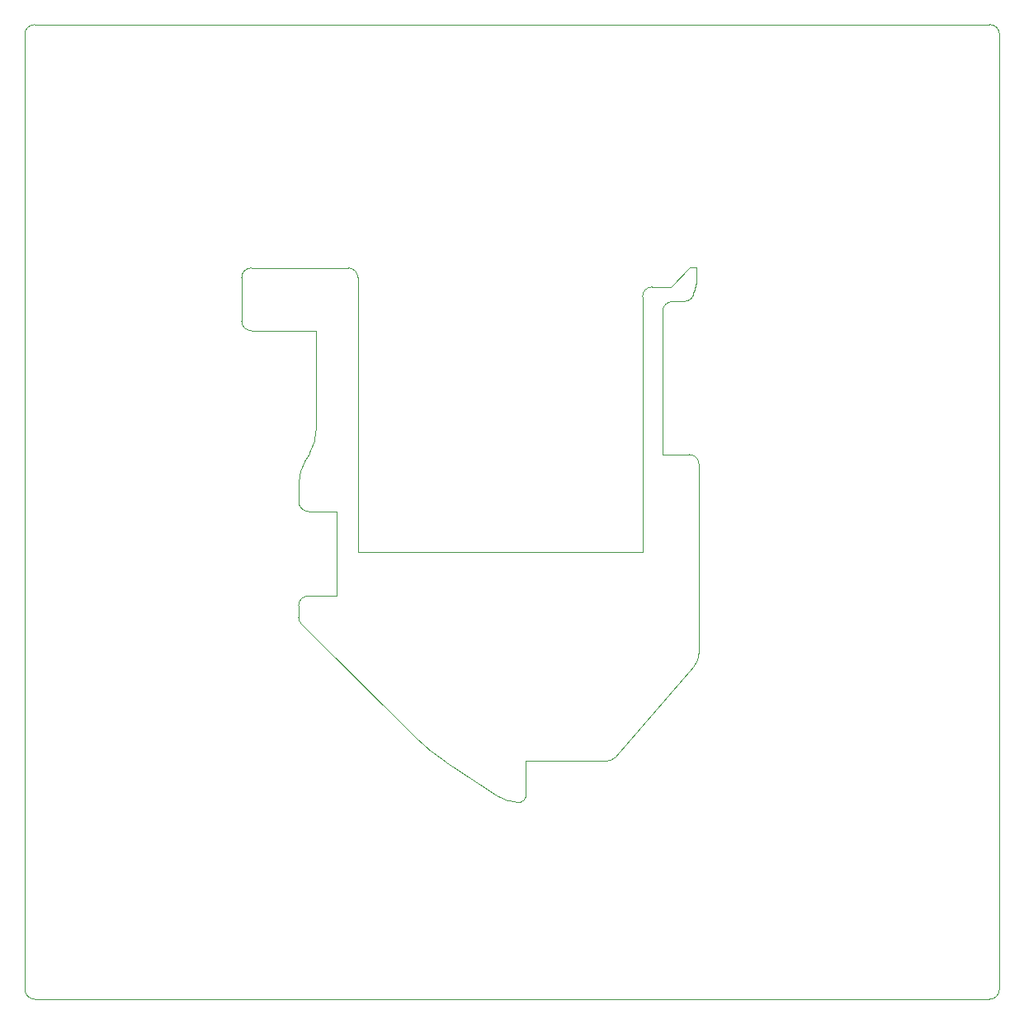
<source format=gbr>
%TF.GenerationSoftware,KiCad,Pcbnew,8.99.0-417-ga763d613e5*%
%TF.CreationDate,2024-05-15T16:43:23-04:00*%
%TF.ProjectId,jig,6a69672e-6b69-4636-9164-5f7063625858,rev?*%
%TF.SameCoordinates,PX85b368ePY7384544*%
%TF.FileFunction,Profile,NP*%
%FSLAX46Y46*%
G04 Gerber Fmt 4.6, Leading zero omitted, Abs format (unit mm)*
G04 Created by KiCad (PCBNEW 8.99.0-417-ga763d613e5) date 2024-05-15 16:43:23*
%MOMM*%
%LPD*%
G01*
G04 APERTURE LIST*
%TA.AperFunction,Profile*%
%ADD10C,0.100000*%
%TD*%
G04 APERTURE END LIST*
D10*
X-56901086Y-29506358D02*
G75*
G02*
X-57901088Y-28506358I16J1000018D01*
G01*
X42098914Y-28506358D02*
G75*
G02*
X41098914Y-29506324I-999984J18D01*
G01*
X41098914Y70493642D02*
G75*
G02*
X42098912Y69493642I16J-999982D01*
G01*
X-57901086Y69493642D02*
G75*
G02*
X-56901086Y70493676I1000016J18D01*
G01*
X41098914Y70493642D02*
X-56901086Y70493642D01*
X42098914Y-28506358D02*
X42098914Y69493642D01*
X-56901086Y-29506358D02*
X41098914Y-29506358D01*
X-57901086Y69493642D02*
X-57901086Y-28506358D01*
X-29527753Y8984106D02*
X-17864951Y-2608880D01*
X-25880630Y20533214D02*
X-28798128Y20533214D01*
X-6511146Y-5061556D02*
X-6511146Y-8756441D01*
X-29820646Y10864223D02*
G75*
G02*
X-28820646Y11864451I999816J412D01*
G01*
X-7556608Y-9256241D02*
G75*
G02*
X-9196910Y-8767386I1078J2999976D01*
G01*
X-29085592Y25820636D02*
X-28710815Y26445265D01*
X-6511146Y-5061556D02*
X1864057Y-5061556D01*
X-34660411Y39082590D02*
X-27999382Y39082590D01*
X5468302Y16334700D02*
X5468302Y42573663D01*
X10268687Y26371556D02*
G75*
G02*
X11268691Y25371556I-17J-1000021D01*
G01*
X-29527753Y8984106D02*
G75*
G02*
X-29820686Y9691213I707023J707129D01*
G01*
X5468302Y42573663D02*
G75*
G02*
X6468302Y43573703I1000168J-128D01*
G01*
X-29798128Y21533077D02*
X-29798128Y23248157D01*
X-35661021Y44522803D02*
G75*
G02*
X-34661021Y45522926I1000091J32D01*
G01*
X-29820646Y10864223D02*
X-29820646Y9691213D01*
X6468302Y43573663D02*
X8345576Y43573663D01*
X10970466Y44065643D02*
X10970466Y45565643D01*
X7549370Y41073663D02*
X7549370Y26371556D01*
X8345576Y43573663D02*
X10338136Y45565643D01*
X10970466Y44065643D02*
X10757245Y43073663D01*
X-23731698Y16334700D02*
X5468302Y16334700D01*
X10970466Y45565643D02*
X10338136Y45565643D01*
X2618505Y-4717916D02*
X10774909Y4657407D01*
X-34660411Y39082590D02*
G75*
G02*
X-35660375Y40082453I-19J999945D01*
G01*
X-6511146Y-8756441D02*
G75*
G02*
X-7008855Y-9256444I-499984J-24D01*
G01*
X-7008855Y-9256435D02*
X-7556608Y-9256241D01*
X-14663981Y-5193954D02*
G75*
G02*
X-17864948Y-2608877I10898751J16769689D01*
G01*
X7549370Y41073663D02*
G75*
G02*
X8549370Y42073635I1000100J-128D01*
G01*
X-24731698Y45522940D02*
G75*
G02*
X-23731625Y44522940I68J-1000005D01*
G01*
X-27999382Y39082603D02*
X-27998280Y29018292D01*
X-23731698Y44522940D02*
X-23731698Y16334700D01*
X-25880630Y20533214D02*
X-25880630Y11864453D01*
X11268687Y25371556D02*
X11266013Y5969850D01*
X-34661021Y45522940D02*
X-24731698Y45522940D01*
X-14663981Y-5193954D02*
X-9196918Y-8767398D01*
X2618505Y-4717916D02*
G75*
G02*
X1864057Y-5061549I-754435J656351D01*
G01*
X7549370Y26371556D02*
X10268687Y26371556D01*
X-28798128Y20533214D02*
G75*
G02*
X-29798151Y21533077I-2J1000021D01*
G01*
X-25880630Y11864453D02*
X-28820646Y11864453D01*
X-27998280Y29018292D02*
G75*
G02*
X-28710817Y26445266I-4999950J-557D01*
G01*
X-29798128Y23248157D02*
G75*
G02*
X-29085607Y25820645I5000198J-22D01*
G01*
X9757245Y42073663D02*
X8549370Y42073663D01*
X10757245Y43073663D02*
G75*
G02*
X9757245Y42073660I-1000075J72D01*
G01*
X-35660413Y40082453D02*
X-35661021Y44522803D01*
X11266013Y5969850D02*
G75*
G02*
X10774913Y4657404I-2000043J285D01*
G01*
M02*

</source>
